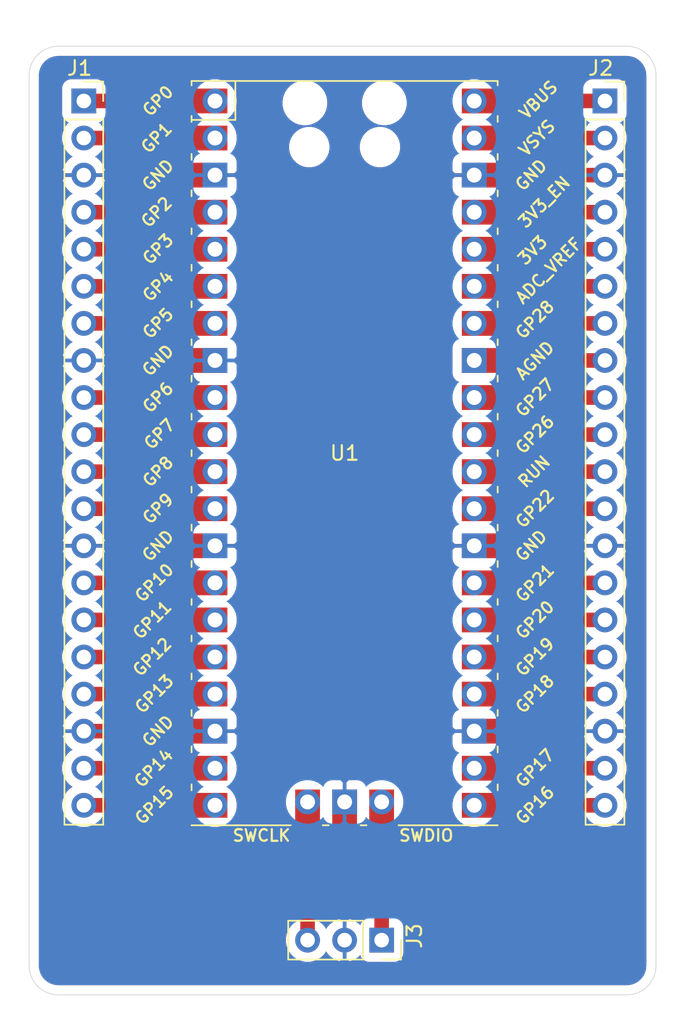
<source format=kicad_pcb>
(kicad_pcb (version 20221018) (generator pcbnew)
  (layers (0 "F.Cu" signal) (31 "B.Cu" signal) (34 "B.Paste" user) (35 "F.Paste" user) (36 "B.SilkS" user "B.Silkscreen") (37 "F.SilkS" user "F.Silkscreen") (38 "B.Mask" user) (39 "F.Mask" user) (44 "Edge.Cuts" user))
  (net 0 "")
  (net 1 "Net-(J1-Pad20)")
  (net 2 "Net-(J1-Pad19)")
  (net 3 "GND")
  (net 4 "Net-(J1-Pad17)")
  (net 5 "Net-(J1-Pad16)")
  (net 6 "Net-(J1-Pad15)")
  (net 7 "Net-(J1-Pad14)")
  (net 8 "Net-(J1-Pad12)")
  (net 9 "Net-(J1-Pad11)")
  (net 10 "Net-(J1-Pad10)")
  (net 11 "Net-(J1-Pad9)")
  (net 12 "Net-(J1-Pad7)")
  (net 13 "Net-(J1-Pad6)")
  (net 14 "Net-(J1-Pad5)")
  (net 15 "Net-(J1-Pad4)")
  (net 16 "Net-(J1-Pad2)")
  (net 17 "Net-(J1-Pad1)")
  (net 18 "Net-(J2-Pad20)")
  (net 19 "Net-(J2-Pad19)")
  (net 20 "Net-(J2-Pad17)")
  (net 21 "Net-(J2-Pad16)")
  (net 22 "Net-(J2-Pad15)")
  (net 23 "Net-(J2-Pad14)")
  (net 24 "Net-(J2-Pad12)")
  (net 25 "Net-(J2-Pad11)")
  (net 26 "Net-(J2-Pad10)")
  (net 27 "Net-(J2-Pad9)")
  (net 28 "Net-(J2-Pad8)")
  (net 29 "Net-(J2-Pad7)")
  (net 30 "Net-(J2-Pad6)")
  (net 31 "Net-(J2-Pad5)")
  (net 32 "Net-(J2-Pad4)")
  (net 33 "Net-(J2-Pad2)")
  (net 34 "Net-(J2-Pad1)")
  (net 35 "Net-(J3-Pad3)")
  (net 36 "Net-(J3-Pad1)")
  (footprint "MCU_RaspberryPi_and_Boards:RPi_Pico_SMD_TH" (layer "F.Cu") (at 73.64 69.88)
    (fp_text reference "U1" (at 0 0) (layer "F.SilkS"))
    (fp_text value "Pico")
    (fp_text user "RUN" (at 13 1.27 45) (layer "F.SilkS") (effects (font (size 0.8 0.8))))
    (fp_text user "GP26" (at 13.054 -1.27 45) (layer "F.SilkS") (effects (font (size 0.8 0.8))))
    (fp_text user "VBUS" (at 13.3 -24.2 45) (layer "F.SilkS") (effects (font (size 0.8 0.8))))
    (fp_text user "SWDIO" (at 5.6 26.2) (layer "F.SilkS") (effects (font (size 0.8 0.8))))
    (fp_text user "GP3" (at -12.8 -13.97 45) (layer "F.SilkS") (effects (font (size 0.8 0.8))))
    (fp_text user "GP1" (at -12.9 -21.6 45) (layer "F.SilkS") (effects (font (size 0.8 0.8))))
    (fp_text user "GP2" (at -12.9 -16.51 45) (layer "F.SilkS") (effects (font (size 0.8 0.8))))
    (fp_text user "GP5" (at -12.8 -8.89 45) (layer "F.SilkS") (effects (font (size 0.8 0.8))))
    (fp_text user "SWCLK" (at -5.7 26.2) (layer "F.SilkS") (effects (font (size 0.8 0.8))))
    (fp_text user "GND" (at -12.8 6.35 45) (layer "F.SilkS") (effects (font (size 0.8 0.8))))
    (fp_text user "ADC_VREF" (at 14 -12.5 45) (layer "F.SilkS") (effects (font (size 0.8 0.8))))
    (fp_text user "GP19" (at 13.054 13.97 45) (layer "F.SilkS") (effects (font (size 0.8 0.8))))
    (fp_text user "GND" (at 12.8 -19.05 45) (layer "F.SilkS") (effects (font (size 0.8 0.8))))
    (fp_text user "3V3_EN" (at 13.7 -17.2 45) (layer "F.SilkS") (effects (font (size 0.8 0.8))))
    (fp_text user "GP0" (at -12.8 -24.13 45) (layer "F.SilkS") (effects (font (size 0.8 0.8))))
    (fp_text user "GP6" (at -12.8 -3.81 45) (layer "F.SilkS") (effects (font (size 0.8 0.8))))
    (fp_text user "GP13" (at -13.054 16.51 45) (layer "F.SilkS") (effects (font (size 0.8 0.8))))
    (fp_text user "AGND" (at 13.054 -6.35 45) (layer "F.SilkS") (effects (font (size 0.8 0.8))))
    (fp_text user "GP10" (at -13.054 8.89 45) (layer "F.SilkS") (effects (font (size 0.8 0.8))))
    (fp_text user "GP16" (at 13.054 24.13 45) (layer "F.SilkS") (effects (font (size 0.8 0.8))))
    (fp_text user "VSYS" (at 13.2 -21.59 45) (layer "F.SilkS") (effects (font (size 0.8 0.8))))
    (fp_text user "GND" (at -12.8 -19.05 45) (layer "F.SilkS") (effects (font (size 0.8 0.8))))
    (fp_text user "GND" (at -12.8 -6.35 45) (layer "F.SilkS") (effects (font (size 0.8 0.8))))
    (fp_text user "GP7" (at -12.7 -1.3 45) (layer "F.SilkS") (effects (font (size 0.8 0.8))))
    (fp_text user "GP11" (at -13.2 11.43 45) (layer "F.SilkS") (effects (font (size 0.8 0.8))))
    (fp_text user "GP18" (at 13.054 16.51 45) (layer "F.SilkS") (effects (font (size 0.8 0.8))))
    (fp_text user "GP8" (at -12.8 1.27 45) (layer "F.SilkS") (effects (font (size 0.8 0.8))))
    (fp_text user "GP14" (at -13.1 21.59 45) (layer "F.SilkS") (effects (font (size 0.8 0.8))))
    (fp_text user "GP4" (at -12.8 -11.43 45) (layer "F.SilkS") (effects (font (size 0.8 0.8))))
    (fp_text user "GP17" (at 13.054 21.59 45) (layer "F.SilkS") (effects (font (size 0.8 0.8))))
    (fp_text user "GND" (at 12.8 6.35 45) (layer "F.SilkS") (effects (font (size 0.8 0.8))))
    (fp_text user "3V3" (at 12.9 -13.9 45) (layer "F.SilkS") (effects (font (size 0.8 0.8))))
    (fp_text user "GP15" (at -13.054 24.13 45) (layer "F.SilkS") (effects (font (size 0.8 0.8))))
    (fp_text user "GP12" (at -13.2 13.97 45) (layer "F.SilkS") (effects (font (size 0.8 0.8))))
    (fp_text user "GP27" (at 13.054 -3.8 45) (layer "F.SilkS") (effects (font (size 0.8 0.8))))
    (fp_text user "GND" (at -12.8 19.05 45) (layer "F.SilkS") (effects (font (size 0.8 0.8))))
    (fp_text user "GP20" (at 13.054 11.43 45) (layer "F.SilkS") (effects (font (size 0.8 0.8))))
    (fp_text user "GP21" (at 13.054 8.9 45) (layer "F.SilkS") (effects (font (size 0.8 0.8))))
    (fp_text user "GP28" (at 13.054 -9.144 45) (layer "F.SilkS") (effects (font (size 0.8 0.8))))
    (fp_text user "GP9" (at -12.8 3.81 45) (layer "F.SilkS") (effects (font (size 0.8 0.8))))
    (fp_text user "GP22" (at 13.054 3.81 45) (layer "F.SilkS") (effects (font (size 0.8 0.8))))
    (fp_line (start -10.5 -25.5) (end -10.5 -25.2) (stroke (width 0.12)) (layer "F.SilkS"))
    (fp_line (start -10.5 -25.5) (end 10.5 -25.5) (stroke (width 0.12)) (layer "F.SilkS"))
    (fp_line (start -10.5 -23.1) (end -10.5 -22.7) (stroke (width 0.12)) (layer "F.SilkS"))
    (fp_line (start -10.5 -22.833) (end -7.493 -22.833) (stroke (width 0.12)) (layer "F.SilkS"))
    (fp_line (start -10.5 -20.5) (end -10.5 -20.1) (stroke (width 0.12)) (layer "F.SilkS"))
    (fp_line (start -10.5 -18) (end -10.5 -17.6) (stroke (width 0.12)) (layer "F.SilkS"))
    (fp_line (start -10.5 -15.4) (end -10.5 -15) (stroke (width 0.12)) (layer "F.SilkS"))
    (fp_line (start -10.5 -12.9) (end -10.5 -12.5) (stroke (width 0.12)) (layer "F.SilkS"))
    (fp_line (start -10.5 -10.4) (end -10.5 -10) (stroke (width 0.12)) (layer "F.SilkS"))
    (fp_line (start -10.5 -7.8) (end -10.5 -7.4) (stroke (width 0.12)) (layer "F.SilkS"))
    (fp_line (start -10.5 -5.3) (end -10.5 -4.9) (stroke (width 0.12)) (layer "F.SilkS"))
    (fp_line (start -10.5 -2.7) (end -10.5 -2.3) (stroke (width 0.12)) (layer "F.SilkS"))
    (fp_line (start -10.5 -0.2) (end -10.5 0.2) (stroke (width 0.12)) (layer "F.SilkS"))
    (fp_line (start -10.5 2.3) (end -10.5 2.7) (stroke (width 0.12)) (layer "F.SilkS"))
    (fp_line (start -10.5 4.9) (end -10.5 5.3) (stroke (width 0.12)) (layer "F.SilkS"))
    (fp_line (start -10.5 7.4) (end -10.5 7.8) (stroke (width 0.12)) (layer "F.SilkS"))
    (fp_line (start -10.5 10) (end -10.5 10.4) (stroke (width 0.12)) (layer "F.SilkS"))
    (fp_line (start -10.5 12.5) (end -10.5 12.9) (stroke (width 0.12)) (layer "F.SilkS"))
    (fp_line (start -10.5 15.1) (end -10.5 15.5) (stroke (width 0.12)) (layer "F.SilkS"))
    (fp_line (start -10.5 17.6) (end -10.5 18) (stroke (width 0.12)) (layer "F.SilkS"))
    (fp_line (start -10.5 20.1) (end -10.5 20.5) (stroke (width 0.12)) (layer "F.SilkS"))
    (fp_line (start -10.5 22.7) (end -10.5 23.1) (stroke (width 0.12)) (layer "F.SilkS"))
    (fp_line (start -7.493 -22.833) (end -7.493 -25.5) (stroke (width 0.12)) (layer "F.SilkS"))
    (fp_line (start -3.7 25.5) (end -10.5 25.5) (stroke (width 0.12)) (layer "F.SilkS"))
    (fp_line (start -1.5 25.5) (end -1.1 25.5) (stroke (width 0.12)) (layer "F.SilkS"))
    (fp_line (start 1.1 25.5) (end 1.5 25.5) (stroke (width 0.12)) (layer "F.SilkS"))
    (fp_line (start 10.5 -25.5) (end 10.5 -25.2) (stroke (width 0.12)) (layer "F.SilkS"))
    (fp_line (start 10.5 -23.1) (end 10.5 -22.7) (stroke (width 0.12)) (layer "F.SilkS"))
    (fp_line (start 10.5 -20.5) (end 10.5 -20.1) (stroke (width 0.12)) (layer "F.SilkS"))
    (fp_line (start 10.5 -18) (end 10.5 -17.6) (stroke (width 0.12)) (layer "F.SilkS"))
    (fp_line (start 10.5 -15.4) (end 10.5 -15) (stroke (width 0.12)) (layer "F.SilkS"))
    (fp_line (start 10.5 -12.9) (end 10.5 -12.5) (stroke (width 0.12)) (layer "F.SilkS"))
    (fp_line (start 10.5 -10.4) (end 10.5 -10) (stroke (width 0.12)) (layer "F.SilkS"))
    (fp_line (start 10.5 -7.8) (end 10.5 -7.4) (stroke (width 0.12)) (layer "F.SilkS"))
    (fp_line (start 10.5 -5.3) (end 10.5 -4.9) (stroke (width 0.12)) (layer "F.SilkS"))
    (fp_line (start 10.5 -2.7) (end 10.5 -2.3) (stroke (width 0.12)) (layer "F.SilkS"))
    (fp_line (start 10.5 -0.2) (end 10.5 0.2) (stroke (width 0.12)) (layer "F.SilkS"))
    (fp_line (start 10.5 2.3) (end 10.5 2.7) (stroke (width 0.12)) (layer "F.SilkS"))
    (fp_line (start 10.5 4.9) (end 10.5 5.3) (stroke (width 0.12)) (layer "F.SilkS"))
    (fp_line (start 10.5 7.4) (end 10.5 7.8) (stroke (width 0.12)) (layer "F.SilkS"))
    (fp_line (start 10.5 10) (end 10.5 10.4) (stroke (width 0.12)) (layer "F.SilkS"))
    (fp_line (start 10.5 12.5) (end 10.5 12.9) (stroke (width 0.12)) (layer "F.SilkS"))
    (fp_line (start 10.5 15.1) (end 10.5 15.5) (stroke (width 0.12)) (layer "F.SilkS"))
    (fp_line (start 10.5 17.6) (end 10.5 18) (stroke (width 0.12)) (layer "F.SilkS"))
    (fp_line (start 10.5 20.1) (end 10.5 20.5) (stroke (width 0.12)) (layer "F.SilkS"))
    (fp_line (start 10.5 22.7) (end 10.5 23.1) (stroke (width 0.12)) (layer "F.SilkS"))
    (fp_line (start 10.5 25.5) (end 3.7 25.5) (stroke (width 0.12)) (layer "F.SilkS"))
    (pad "" np_thru_hole oval (at -2.725 -24) (size 1.8 1.8) (drill 1.8) (layers "*.Cu" "*.Mask"))
    (pad "" np_thru_hole oval (at -2.425 -20.97) (size 1.5 1.5) (drill 1.5) (layers "*.Cu" "*.Mask"))
    (pad "" np_thru_hole oval (at 2.425 -20.97) (size 1.5 1.5) (drill 1.5) (layers "*.Cu" "*.Mask"))
    (pad "" np_thru_hole oval (at 2.725 -24) (size 1.8 1.8) (drill 1.8) (layers "*.Cu" "*.Mask"))
    (pad "1" thru_hole oval (at -8.89 -24.13) (size 1.7 1.7) (drill 1.02) (layers "*.Cu" "*.Mask") (net 17 "Net-(J1-Pad1)"))
    (pad "1" smd rect (at -8.89 -24.13) (size 3.5 1.7) (drill (offset -0.9 0)) (layers "F.Cu" "F.Mask") (net 17 "Net-(J1-Pad1)"))
    (pad "2" thru_hole oval (at -8.89 -21.59) (size 1.7 1.7) (drill 1.02) (layers "*.Cu" "*.Mask") (net 16 "Net-(J1-Pad2)"))
    (pad "2" smd rect (at -8.89 -21.59) (size 3.5 1.7) (drill (offset -0.9 0)) (layers "F.Cu" "F.Mask") (net 16 "Net-(J1-Pad2)"))
    (pad "3" thru_hole rect (at -8.89 -19.05) (size 1.7 1.7) (drill 1.02) (layers "*.Cu" "*.Mask") (net 3 "GND"))
    (pad "3" smd rect (at -8.89 -19.05) (size 3.5 1.7) (drill (offset -0.9 0)) (layers "F.Cu" "F.Mask") (net 3 "GND"))
    (pad "4" thru_hole oval (at -8.89 -16.51) (size 1.7 1.7) (drill 1.02) (layers "*.Cu" "*.Mask") (net 15 "Net-(J1-Pad4)"))
    (pad "4" smd rect (at -8.89 -16.51) (size 3.5 1.7) (drill (offset -0.9 0)) (layers "F.Cu" "F.Mask") (net 15 "Net-(J1-Pad4)"))
    (pad "5" thru_hole oval (at -8.89 -13.97) (size 1.7 1.7) (drill 1.02) (layers "*.Cu" "*.Mask") (net 14 "Net-(J1-Pad5)"))
    (pad "5" smd rect (at -8.89 -13.97) (size 3.5 1.7) (drill (offset -0.9 0)) (layers "F.Cu" "F.Mask") (net 14 "Net-(J1-Pad5)"))
    (pad "6" thru_hole oval (at -8.89 -11.43) (size 1.7 1.7) (drill 1.02) (layers "*.Cu" "*.Mask") (net 13 "Net-(J1-Pad6)"))
    (pad "6" smd rect (at -8.89 -11.43) (size 3.5 1.7) (drill (offset -0.9 0)) (layers "F.Cu" "F.Mask") (net 13 "Net-(J1-Pad6)"))
    (pad "7" thru_hole oval (at -8.89 -8.89) (size 1.7 1.7) (drill 1.02) (layers "*.Cu" "*.Mask") (net 12 "Net-(J1-Pad7)"))
    (pad "7" smd rect (at -8.89 -8.89) (size 3.5 1.7) (drill (offset -0.9 0)) (layers "F.Cu" "F.Mask") (net 12 "Net-(J1-Pad7)"))
    (pad "8" thru_hole rect (at -8.89 -6.35) (size 1.7 1.7) (drill 1.02) (layers "*.Cu" "*.Mask") (net 3 "GND"))
    (pad "8" smd rect (at -8.89 -6.35) (size 3.5 1.7) (drill (offset -0.9 0)) (layers "F.Cu" "F.Mask") (net 3 "GND"))
    (pad "9" thru_hole oval (at -8.89 -3.81) (size 1.7 1.7) (drill 1.02) (layers "*.Cu" "*.Mask") (net 11 "Net-(J1-Pad9)"))
    (pad "9" smd rect (at -8.89 -3.81) (size 3.5 1.7) (drill (offset -0.9 0)) (layers "F.Cu" "F.Mask") (net 11 "Net-(J1-Pad9)"))
    (pad "10" thru_hole oval (at -8.89 -1.27) (size 1.7 1.7) (drill 1.02) (layers "*.Cu" "*.Mask") (net 10 "Net-(J1-Pad10)"))
    (pad "10" smd rect (at -8.89 -1.27) (size 3.5 1.7) (drill (offset -0.9 0)) (layers "F.Cu" "F.Mask") (net 10 "Net-(J1-Pad10)"))
    (pad "11" thru_hole oval (at -8.89 1.27) (size 1.7 1.7) (drill 1.02) (layers "*.Cu" "*.Mask") (net 9 "Net-(J1-Pad11)"))
    (pad "11" smd rect (at -8.89 1.27) (size 3.5 1.7) (drill (offset -0.9 0)) (layers "F.Cu" "F.Mask") (net 9 "Net-(J1-Pad11)"))
    (pad "12" thru_hole oval (at -8.89 3.81) (size 1.7 1.7) (drill 1.02) (layers "*.Cu" "*.Mask") (net 8 "Net-(J1-Pad12)"))
    (pad "12" smd rect (at -8.89 3.81) (size 3.5 1.7) (drill (offset -0.9 0)) (layers "F.Cu" "F.Mask") (net 8 "Net-(J1-Pad12)"))
    (pad "13" thru_hole rect (at -8.89 6.35) (size 1.7 1.7) (drill 1.02) (layers "*.Cu" "*.Mask") (net 3 "GND"))
    (pad "13" smd rect (at -8.89 6.35) (size 3.5 1.7) (drill (offset -0.9 0)) (layers "F.Cu" "F.Mask") (net 3 "GND"))
    (pad "14" thru_hole oval (at -8.89 8.89) (size 1.7 1.7) (drill 1.02) (layers "*.Cu" "*.Mask") (net 7 "Net-(J1-Pad14)"))
    (pad "14" smd rect (at -8.89 8.89) (size 3.5 1.7) (drill (offset -0.9 0)) (layers "F.Cu" "F.Mask") (net 7 "Net-(J1-Pad14)"))
    (pad "15" thru_hole oval (at -8.89 11.43) (size 1.7 1.7) (drill 1.02) (layers "*.Cu" "*.Mask") (net 6 "Net-(J1-Pad15)"))
    (pad "15" smd rect (at -8.89 11.43) (size 3.5 1.7) (drill (offset -0.9 0)) (layers "F.Cu" "F.Mask") (net 6 "Net-(J1-Pad15)"))
    (pad "16" thru_hole oval (at -8.89 13.97) (size 1.7 1.7) (drill 1.02) (layers "*.Cu" "*.Mask") (net 5 "Net-(J1-Pad16)"))
    (pad "16" smd rect (at -8.89 13.97) (size 3.5 1.7) (drill (offset -0.9 0)) (layers "F.Cu" "F.Mask") (net 5 "Net-(J1-Pad16)"))
    (pad "17" thru_hole oval (at -8.89 16.51) (size 1.7 1.7) (drill 1.02) (layers "*.Cu" "*.Mask") (net 4 "Net-(J1-Pad17)"))
    (pad "17" smd rect (at -8.89 16.51) (size 3.5 1.7) (drill (offset -0.9 0)) (layers "F.Cu" "F.Mask") (net 4 "Net-(J1-Pad17)"))
    (pad "18" thru_hole rect (at -8.89 19.05) (size 1.7 1.7) (drill 1.02) (layers "*.Cu" "*.Mask") (net 3 "GND"))
    (pad "18" smd rect (at -8.89 19.05) (size 3.5 1.7) (drill (offset -0.9 0)) (layers "F.Cu" "F.Mask") (net 3 "GND"))
    (pad "19" thru_hole oval (at -8.89 21.59) (size 1.7 1.7) (drill 1.02) (layers "*.Cu" "*.Mask") (net 2 "Net-(J1-Pad19)"))
    (pad "19" smd rect (at -8.89 21.59) (size 3.5 1.7) (drill (offset -0.9 0)) (layers "F.Cu" "F.Mask") (net 2 "Net-(J1-Pad19)"))
    (pad "20" thru_hole oval (at -8.89 24.13) (size 1.7 1.7) (drill 1.02) (layers "*.Cu" "*.Mask") (net 1 "Net-(J1-Pad20)"))
    (pad "20" smd rect (at -8.89 24.13) (size 3.5 1.7) (drill (offset -0.9 0)) (layers "F.Cu" "F.Mask") (net 1 "Net-(J1-Pad20)"))
    (pad "21" thru_hole oval (at 8.89 24.13) (size 1.7 1.7) (drill 1.02) (layers "*.Cu" "*.Mask") (net 18 "Net-(J2-Pad20)"))
    (pad "21" smd rect (at 8.89 24.13) (size 3.5 1.7) (drill (offset 0.9 0)) (layers "F.Cu" "F.Mask") (net 18 "Net-(J2-Pad20)"))
    (pad "22" thru_hole oval (at 8.89 21.59) (size 1.7 1.7) (drill 1.02) (layers "*.Cu" "*.Mask") (net 19 "Net-(J2-Pad19)"))
    (pad "22" smd rect (at 8.89 21.59) (size 3.5 1.7) (drill (offset 0.9 0)) (layers "F.Cu" "F.Mask") (net 19 "Net-(J2-Pad19)"))
    (pad "23" thru_hole rect (at 8.89 19.05) (size 1.7 1.7) (drill 1.02) (layers "*.Cu" "*.Mask") (net 3 "GND"))
    (pad "23" smd rect (at 8.89 19.05) (size 3.5 1.7) (drill (offset 0.9 0)) (layers "F.Cu" "F.Mask") (net 3 "GND"))
    (pad "24" thru_hole oval (at 8.89 16.51) (size 1.7 1.7) (drill 1.02) (layers "*.Cu" "*.Mask") (net 20 "Net-(J2-Pad17)"))
    (pad "24" smd rect (at 8.89 16.51) (size 3.5 1.7) (drill (offset 0.9 0)) (layers "F.Cu" "F.Mask") (net 20 "Net-(J2-Pad17)"))
    (pad "25" thru_hole oval (at 8.89 13.97) (size 1.7 1.7) (drill 1.02) (layers "*.Cu" "*.Mask") (net 21 "Net-(J2-Pad16)"))
    (pad "25" smd rect (at 8.89 13.97) (size 3.5 1.7) (drill (offset 0.9 0)) (layers "F.Cu" "F.Mask") (net 21 "Net-(J2-Pad16)"))
    (pad "26" thru_hole oval (at 8.89 11.43) (size 1.7 1.7) (drill 1.02) (layers "*.Cu" "*.Mask") (net 22 "Net-(J2-Pad15)"))
    (pad "26" smd rect (at 8.89 11.43) (size 3.5 1.7) (drill (offset 0.9 0)) (layers "F.Cu" "F.Mask") (net 22 "Net-(J2-Pad15)"))
    (pad "27" thru_hole oval (at 8.89 8.89) (size 1.7 1.7) (drill 1.02) (layers "*.Cu" "*.Mask") (net 23 "Net-(J2-Pad14)"))
    (pad "27" smd rect (at 8.89 8.89) (size 3.5 1.7) (drill (offset 0.9 0)) (layers "F.Cu" "F.Mask") (net 23 "Net-(J2-Pad14)"))
    (pad "28" thru_hole rect (at 8.89 6.35) (size 1.7 1.7) (drill 1.02) (layers "*.Cu" "*.Mask") (net 3 "GND"))
    (pad "28" smd rect (at 8.89 6.35) (size 3.5 1.7) (drill (offset 0.9 0)) (layers "F.Cu" "F.Mask") (net 3 "GND"))
    (pad "29" thru_hole oval (at 8.89 3.81) (size 1.7 1.7) (drill 1.02) (layers "*.Cu" "*.Mask") (net 24 "Net-(J2-Pad12)"))
    (pad "29" smd rect (at 8.89 3.81) (size 3.5 1.7) (drill (offset 0.9 0)) (layers "F.Cu" "F.Mask") (net 24 "Net-(J2-Pad12)"))
    (pad "30" thru_hole oval (at 8.89 1.27) (size 1.7 1.7) (drill 1.02) (layers "*.Cu" "*.Mask") (net 25 "Net-(J2-Pad11)"))
    (pad "30" smd rect (at 8.89 1.27) (size 3.5 1.7) (drill (offset 0.9 0)) (layers "F.Cu" "F.Mask") (net 25 "Net-(J2-Pad11)"))
    (pad "31" thru_hole oval (at 8.89 -1.27) (size 1.7 1.7) (drill 1.02) (layers "*.Cu" "*.Mask") (net 26 "Net-(J2-Pad10)"))
    (pad "31" smd rect (at 8.89 -1.27) (size 3.5 1.7) (drill (offset 0.9 0)) (layers "F.Cu" "F.Mask") (net 26 "Net-(J2-Pad10)"))
    (pad "32" thru_hole oval (at 8.89 -3.81) (size 1.7 1.7) (drill 1.02) (layers "*.Cu" "*.Mask") (net 27 "Net-(J2-Pad9)"))
    (pad "32" smd rect (at 8.89 -3.81) (size 3.5 1.7) (drill (offset 0.9 0)) (layers "F.Cu" "F.Mask") (net 27 "Net-(J2-Pad9)"))
    (pad "33" thru_hole rect (at 8.89 -6.35) (size 1.7 1.7) (drill 1.02) (layers "*.Cu" "*.Mask") (net 28 "Net-(J2-Pad8)"))
    (pad "33" smd rect (at 8.89 -6.35) (size 3.5 1.7) (drill (offset 0.9 0)) (layers "F.Cu" "F.Mask") (net 28 "Net-(J2-Pad8)"))
    (pad "34" thru_hole oval (at 8.89 -8.89) (size 1.7 1.7) (drill 1.02) (layers "*.Cu" "*.Mask") (net 29 "Net-(J2-Pad7)"))
    (pad "34" smd rect (at 8.89 -8.89) (size 3.5 1.7) (drill (offset 0.9 0)) (layers "F.Cu" "F.Mask") (net 29 "Net-(J2-Pad7)"))
    (pad "35" thru_hole oval (at 8.89 -11.43) (size 1.7 1.7) (drill 1.02) (layers "*.Cu" "*.Mask") (net 30 "Net-(J2-Pad6)"))
    (pad "35" smd rect (at 8.89 -11.43) (size 3.5 1.7) (drill (offset 0.9 0)) (layers "F.Cu" "F.Mask") (net 30 "Net-(J2-Pad6)"))
    (pad "36" thru_hole oval (at 8.89 -13.97) (size 1.7 1.7) (drill 1.02) (layers "*.Cu" "*.Mask") (net 31 "Net-(J2-Pad5)"))
    (pad "36" smd rect (at 8.89 -13.97) (size 3.5 1.7) (drill (offset 0.9 0)) (layers "F.Cu" "F.Mask") (net 31 "Net-(J2-Pad5)"))
    (pad "37" thru_hole oval (at 8.89 -16.51) (size 1.7 1.7) (drill 1.02) (layers "*.Cu" "*.Mask") (net 32 "Net-(J2-Pad4)"))
    (pad "37" smd rect (at 8.89 -16.51) (size 3.5 1.7) (drill (offset 0.9 0)) (layers "F.Cu" "F.Mask") (net 32 "Net-(J2-Pad4)"))
    (pad "38" thru_hole rect (at 8.89 -19.05) (size 1.7 1.7) (drill 1.02) (layers "*.Cu" "*.Mask") (net 3 "GND"))
    (pad "38" smd rect (at 8.89 -19.05) (size 3.5 1.7) (drill (offset 0.9 0)) (layers "F.Cu" "F.Mask") (net 3 "GND"))
    (pad "39" thru_hole oval (at 8.89 -21.59) (size 1.7 1.7) (drill 1.02) (layers "*.Cu" "*.Mask") (net 33 "Net-(J2-Pad2)"))
    (pad "39" smd rect (at 8.89 -21.59) (size 3.5 1.7) (drill (offset 0.9 0)) (layers "F.Cu" "F.Mask") (net 33 "Net-(J2-Pad2)"))
    (pad "40" thru_hole oval (at 8.89 -24.13) (size 1.7 1.7) (drill 1.02) (layers "*.Cu" "*.Mask") (net 34 "Net-(J2-Pad1)"))
    (pad "40" smd rect (at 8.89 -24.13) (size 3.5 1.7) (drill (offset 0.9 0)) (layers "F.Cu" "F.Mask") (net 34 "Net-(J2-Pad1)"))
    (pad "41" thru_hole oval (at -2.54 23.9) (size 1.7 1.7) (drill 1.02) (layers "*.Cu" "*.Mask") (net 35 "Net-(J3-Pad3)"))
    (pad "41" smd rect (at -2.54 23.9 90) (size 3.5 1.7) (drill (offset -0.9 0)) (layers "F.Cu" "F.Mask") (net 35 "Net-(J3-Pad3)"))
    (pad "42" thru_hole rect (at 0 23.9) (size 1.7 1.7) (drill 1.02) (layers "*.Cu" "*.Mask") (net 3 "GND"))
    (pad "42" smd rect (at 0 23.9 90) (size 3.5 1.7) (drill (offset -0.9 0)) (layers "F.Cu" "F.Mask") (net 3 "GND"))
    (pad "43" thru_hole oval (at 2.54 23.9) (size 1.7 1.7) (drill 1.02) (layers "*.Cu" "*.Mask") (net 36 "Net-(J3-Pad1)"))
    (pad "43" smd rect (at 2.54 23.9 90) (size 3.5 1.7) (drill (offset -0.9 0)) (layers "F.Cu" "F.Mask") (net 36 "Net-(J3-Pad1)"))
  )
  (footprint "Connector_PinSocket_2.54mm:PinSocket_1x20_P2.54mm_Vertical" (layer "F.Cu") (at 55.75 45.75)
    (fp_text reference "J1" (at -0.29 -2.25) (layer "F.SilkS"))
    (fp_text value "Conn_01x20")
    (fp_line (start -1.33 1.27) (end -1.33 49.59) (stroke (width 0.12)) (layer "F.SilkS"))
    (fp_line (start -1.33 1.27) (end 1.33 1.27) (stroke (width 0.12)) (layer "F.SilkS"))
    (fp_line (start -1.33 49.59) (end 1.33 49.59) (stroke (width 0.12)) (layer "F.SilkS"))
    (fp_line (start 0 -1.33) (end 1.33 -1.33) (stroke (width 0.12)) (layer "F.SilkS"))
    (fp_line (start 1.33 -1.33) (end 1.33 0) (stroke (width 0.12)) (layer "F.SilkS"))
    (fp_line (start 1.33 1.27) (end 1.33 49.59) (stroke (width 0.12)) (layer "F.SilkS"))
    (pad "1" thru_hole rect (at 0 0) (size 1.7 1.7) (drill 1) (layers "*.Cu" "*.Mask") (net 17 "Net-(J1-Pad1)"))
    (pad "2" thru_hole oval (at 0 2.54) (size 1.7 1.7) (drill 1) (layers "*.Cu" "*.Mask") (net 16 "Net-(J1-Pad2)"))
    (pad "3" thru_hole oval (at 0 5.08) (size 1.7 1.7) (drill 1) (layers "*.Cu" "*.Mask") (net 3 "GND"))
    (pad "4" thru_hole oval (at 0 7.62) (size 1.7 1.7) (drill 1) (layers "*.Cu" "*.Mask") (net 15 "Net-(J1-Pad4)"))
    (pad "5" thru_hole oval (at 0 10.16) (size 1.7 1.7) (drill 1) (layers "*.Cu" "*.Mask") (net 14 "Net-(J1-Pad5)"))
    (pad "6" thru_hole oval (at 0 12.7) (size 1.7 1.7) (drill 1) (layers "*.Cu" "*.Mask") (net 13 "Net-(J1-Pad6)"))
    (pad "7" thru_hole oval (at 0 15.24) (size 1.7 1.7) (drill 1) (layers "*.Cu" "*.Mask") (net 12 "Net-(J1-Pad7)"))
    (pad "8" thru_hole oval (at 0 17.78) (size 1.7 1.7) (drill 1) (layers "*.Cu" "*.Mask") (net 3 "GND"))
    (pad "9" thru_hole oval (at 0 20.32) (size 1.7 1.7) (drill 1) (layers "*.Cu" "*.Mask") (net 11 "Net-(J1-Pad9)"))
    (pad "10" thru_hole oval (at 0 22.86) (size 1.7 1.7) (drill 1) (layers "*.Cu" "*.Mask") (net 10 "Net-(J1-Pad10)"))
    (pad "11" thru_hole oval (at 0 25.4) (size 1.7 1.7) (drill 1) (layers "*.Cu" "*.Mask") (net 9 "Net-(J1-Pad11)"))
    (pad "12" thru_hole oval (at 0 27.94) (size 1.7 1.7) (drill 1) (layers "*.Cu" "*.Mask") (net 8 "Net-(J1-Pad12)"))
    (pad "13" thru_hole oval (at 0 30.48) (size 1.7 1.7) (drill 1) (layers "*.Cu" "*.Mask") (net 3 "GND"))
    (pad "14" thru_hole oval (at 0 33.02) (size 1.7 1.7) (drill 1) (layers "*.Cu" "*.Mask") (net 7 "Net-(J1-Pad14)"))
    (pad "15" thru_hole oval (at 0 35.56) (size 1.7 1.7) (drill 1) (layers "*.Cu" "*.Mask") (net 6 "Net-(J1-Pad15)"))
    (pad "16" thru_hole oval (at 0 38.1) (size 1.7 1.7) (drill 1) (layers "*.Cu" "*.Mask") (net 5 "Net-(J1-Pad16)"))
    (pad "17" thru_hole oval (at 0 40.64) (size 1.7 1.7) (drill 1) (layers "*.Cu" "*.Mask") (net 4 "Net-(J1-Pad17)"))
    (pad "18" thru_hole oval (at 0 43.18) (size 1.7 1.7) (drill 1) (layers "*.Cu" "*.Mask") (net 3 "GND"))
    (pad "19" thru_hole oval (at 0 45.72) (size 1.7 1.7) (drill 1) (layers "*.Cu" "*.Mask") (net 2 "Net-(J1-Pad19)"))
    (pad "20" thru_hole oval (at 0 48.26) (size 1.7 1.7) (drill 1) (layers "*.Cu" "*.Mask") (net 1 "Net-(J1-Pad20)"))
  )
  (footprint "Connector_PinSocket_2.54mm:PinSocket_1x20_P2.54mm_Vertical" (layer "F.Cu") (at 91.5 45.75)
    (fp_text reference "J2" (at -0.29 -2.25) (layer "F.SilkS"))
    (fp_text value "Conn_01x20")
    (fp_line (start -1.33 1.27) (end -1.33 49.59) (stroke (width 0.12)) (layer "F.SilkS"))
    (fp_line (start -1.33 1.27) (end 1.33 1.27) (stroke (width 0.12)) (layer "F.SilkS"))
    (fp_line (start -1.33 49.59) (end 1.33 49.59) (stroke (width 0.12)) (layer "F.SilkS"))
    (fp_line (start 0 -1.33) (end 1.33 -1.33) (stroke (width 0.12)) (layer "F.SilkS"))
    (fp_line (start 1.33 -1.33) (end 1.33 0) (stroke (width 0.12)) (layer "F.SilkS"))
    (fp_line (start 1.33 1.27) (end 1.33 49.59) (stroke (width 0.12)) (layer "F.SilkS"))
    (pad "1" thru_hole rect (at 0 0) (size 1.7 1.7) (drill 1) (layers "*.Cu" "*.Mask") (net 34 "Net-(J2-Pad1)"))
    (pad "2" thru_hole oval (at 0 2.54) (size 1.7 1.7) (drill 1) (layers "*.Cu" "*.Mask") (net 33 "Net-(J2-Pad2)"))
    (pad "3" thru_hole oval (at 0 5.08) (size 1.7 1.7) (drill 1) (layers "*.Cu" "*.Mask") (net 3 "GND"))
    (pad "4" thru_hole oval (at 0 7.62) (size 1.7 1.7) (drill 1) (layers "*.Cu" "*.Mask") (net 32 "Net-(J2-Pad4)"))
    (pad "5" thru_hole oval (at 0 10.16) (size 1.7 1.7) (drill 1) (layers "*.Cu" "*.Mask") (net 31 "Net-(J2-Pad5)"))
    (pad "6" thru_hole oval (at 0 12.7) (size 1.7 1.7) (drill 1) (layers "*.Cu" "*.Mask") (net 30 "Net-(J2-Pad6)"))
    (pad "7" thru_hole oval (at 0 15.24) (size 1.7 1.7) (drill 1) (layers "*.Cu" "*.Mask") (net 29 "Net-(J2-Pad7)"))
    (pad "8" thru_hole oval (at 0 17.78) (size 1.7 1.7) (drill 1) (layers "*.Cu" "*.Mask") (net 28 "Net-(J2-Pad8)"))
    (pad "9" thru_hole oval (at 0 20.32) (size 1.7 1.7) (drill 1) (layers "*.Cu" "*.Mask") (net 27 "Net-(J2-Pad9)"))
    (pad "10" thru_hole oval (at 0 22.86) (size 1.7 1.7) (drill 1) (layers "*.Cu" "*.Mask") (net 26 "Net-(J2-Pad10)"))
    (pad "11" thru_hole oval (at 0 25.4) (size 1.7 1.7) (drill 1) (layers "*.Cu" "*.Mask") (net 25 "Net-(J2-Pad11)"))
    (pad "12" thru_hole oval (at 0 27.94) (size 1.7 1.7) (drill 1) (layers "*.Cu" "*.Mask") (net 24 "Net-(J2-Pad12)"))
    (pad "13" thru_hole oval (at 0 30.48) (size 1.7 1.7) (drill 1) (layers "*.Cu" "*.Mask") (net 3 "GND"))
    (pad "14" thru_hole oval (at 0 33.02) (size 1.7 1.7) (drill 1) (layers "*.Cu" "*.Mask") (net 23 "Net-(J2-Pad14)"))
    (pad "15" thru_hole oval (at 0 35.56) (size 1.7 1.7) (drill 1) (layers "*.Cu" "*.Mask") (net 22 "Net-(J2-Pad15)"))
    (pad "16" thru_hole oval (at 0 38.1) (size 1.7 1.7) (drill 1) (layers "*.Cu" "*.Mask") (net 21 "Net-(J2-Pad16)"))
    (pad "17" thru_hole oval (at 0 40.64) (size 1.7 1.7) (drill 1) (layers "*.Cu" "*.Mask") (net 20 "Net-(J2-Pad17)"))
    (pad "18" thru_hole oval (at 0 43.18) (size 1.7 1.7) (drill 1) (layers "*.Cu" "*.Mask") (net 3 "GND"))
    (pad "19" thru_hole oval (at 0 45.72) (size 1.7 1.7) (drill 1) (layers "*.Cu" "*.Mask") (net 19 "Net-(J2-Pad19)"))
    (pad "20" thru_hole oval (at 0 48.26) (size 1.7 1.7) (drill 1) (layers "*.Cu" "*.Mask") (net 18 "Net-(J2-Pad20)"))
  )
  (footprint "Connector_PinSocket_2.54mm:PinSocket_1x03_P2.54mm_Vertical" (layer "F.Cu") (at 76.18 103.25 -90)
    (fp_text reference "J3" (at -0.29 -2.25 90) (layer "F.SilkS"))
    (fp_text value "Conn_01x03")
    (fp_line (start -1.33 1.27) (end -1.33 6.41) (stroke (width 0.12)) (layer "F.SilkS"))
    (fp_line (start -1.33 1.27) (end 1.33 1.27) (stroke (width 0.12)) (layer "F.SilkS"))
    (fp_line (start -1.33 6.41) (end 1.33 6.41) (stroke (width 0.12)) (layer "F.SilkS"))
    (fp_line (start 0 -1.33) (end 1.33 -1.33) (stroke (width 0.12)) (layer "F.SilkS"))
    (fp_line (start 1.33 -1.33) (end 1.33 0) (stroke (width 0.12)) (layer "F.SilkS"))
    (fp_line (start 1.33 1.27) (end 1.33 6.41) (stroke (width 0.12)) (layer "F.SilkS"))
    (pad "1" thru_hole rect (at 0 0 270) (size 1.7 1.7) (drill 1) (layers "*.Cu" "*.Mask") (net 36 "Net-(J3-Pad1)"))
    (pad "2" thru_hole oval (at 0 2.54 270) (size 1.7 1.7) (drill 1) (layers "*.Cu" "*.Mask") (net 3 "GND"))
    (pad "3" thru_hole oval (at 0 5.08 270) (size 1.7 1.7) (drill 1) (layers "*.Cu" "*.Mask") (net 35 "Net-(J3-Pad3)"))
  )
  (gr_line (start 95 105) (end 95 44) (stroke (width 0.05)) (layer "Edge.Cuts"))
  (gr_arc (start 93 42) (mid 94.414214 42.585786) (end 95 44) (stroke (width 0.05)) (layer "Edge.Cuts"))
  (gr_arc (start 54 107) (mid 52.585786 106.414214) (end 52 105) (stroke (width 0.05)) (layer "Edge.Cuts"))
  (gr_line (start 54 107) (end 93 107) (stroke (width 0.05)) (layer "Edge.Cuts"))
  (gr_arc (start 52 44) (mid 52.585786 42.585786) (end 54 42) (stroke (width 0.05)) (layer "Edge.Cuts"))
  (gr_line (start 93 42) (end 54 42) (stroke (width 0.05)) (layer "Edge.Cuts"))
  (gr_line (start 52 44) (end 52 105) (stroke (width 0.05)) (layer "Edge.Cuts"))
  (gr_arc (start 95 105) (mid 94.414214 106.414214) (end 93 107) (stroke (width 0.05)) (layer "Edge.Cuts"))
  (segment (start 55.75 94.01) (end 64.75 94.01) (width 1) (layer "F.Cu") (net 1))
  (segment (start 55.75 91.47) (end 64.75 91.47) (width 1) (layer "F.Cu") (net 2))
  (segment (start 82.53 50.83) (end 91.5 50.83) (width 1) (layer "F.Cu") (net 3))
  (segment (start 55.75 88.93) (end 64.75 88.93) (width 1) (layer "F.Cu") (net 3))
  (segment (start 55.75 86.39) (end 64.75 86.39) (width 1) (layer "F.Cu") (net 4))
  (segment (start 55.75 83.85) (end 64.75 83.85) (width 1) (layer "F.Cu") (net 5))
  (segment (start 55.75 81.31) (end 64.75 81.31) (width 1) (layer "F.Cu") (net 6))
  (segment (start 64.75 78.77) (end 55.75 78.77) (width 1) (layer "F.Cu") (net 7))
  (segment (start 55.75 73.69) (end 64.75 73.69) (width 1) (layer "F.Cu") (net 8))
  (segment (start 55.75 71.15) (end 64.75 71.15) (width 1) (layer "F.Cu") (net 9))
  (segment (start 55.75 68.61) (end 64.75 68.61) (width 1) (layer "F.Cu") (net 10))
  (segment (start 55.75 66.07) (end 64.75 66.07) (width 1) (layer "F.Cu") (net 11))
  (segment (start 55.75 60.99) (end 64.75 60.99) (width 1) (layer "F.Cu") (net 12))
  (segment (start 55.75 58.45) (end 64.75 58.45) (width 1) (layer "F.Cu") (net 13))
  (segment (start 55.75 55.91) (end 64.75 55.91) (width 1) (layer "F.Cu") (net 14))
  (segment (start 55.75 53.37) (end 64.75 53.37) (width 1) (layer "F.Cu") (net 15))
  (segment (start 55.75 48.29) (end 64.75 48.29) (width 1) (layer "F.Cu") (net 16))
  (segment (start 64.75 45.75) (end 55.75 45.75) (width 1) (layer "F.Cu") (net 17))
  (segment (start 91.5 94.01) (end 82.53 94.01) (width 1) (layer "F.Cu") (net 18))
  (segment (start 82.53 91.47) (end 91.5 91.47) (width 1) (layer "F.Cu") (net 19))
  (segment (start 82.53 86.39) (end 91.5 86.39) (width 1) (layer "F.Cu") (net 20))
  (segment (start 82.53 83.85) (end 91.5 83.85) (width 1) (layer "F.Cu") (net 21))
  (segment (start 82.53 81.31) (end 91.5 81.31) (width 1) (layer "F.Cu") (net 22))
  (segment (start 82.53 78.77) (end 91.5 78.77) (width 1) (layer "F.Cu") (net 23))
  (segment (start 82.53 73.69) (end 91.5 73.69) (width 1) (layer "F.Cu") (net 24))
  (segment (start 82.53 71.15) (end 91.5 71.15) (width 1) (layer "F.Cu") (net 25))
  (segment (start 82.53 68.61) (end 91.5 68.61) (width 1) (layer "F.Cu") (net 26))
  (segment (start 82.53 66.07) (end 91.5 66.07) (width 1) (layer "F.Cu") (net 27))
  (segment (start 82.53 63.53) (end 91.5 63.53) (width 1) (layer "F.Cu") (net 28))
  (segment (start 82.53 60.99) (end 91.5 60.99) (width 1) (layer "F.Cu") (net 29))
  (segment (start 82.53 58.45) (end 91.5 58.45) (width 1) (layer "F.Cu") (net 30))
  (segment (start 82.53 55.91) (end 91.5 55.91) (width 1) (layer "F.Cu") (net 31))
  (segment (start 82.53 53.37) (end 91.5 53.37) (width 1) (layer "F.Cu") (net 32))
  (segment (start 82.53 48.29) (end 91.5 48.29) (width 1) (layer "F.Cu") (net 33))
  (segment (start 82.53 45.75) (end 91.5 45.75) (width 1) (layer "F.Cu") (net 34))
  (segment (start 71.1 103.25) (end 71.1 93.78) (width 1) (layer "F.Cu") (net 35))
  (segment (start 76.18 103.25) (end 76.18 93.78) (width 1) (layer "F.Cu") (net 36))
  (zone (net 3) (net_name "GND") (layer "F.Cu") (connect_pads (clearance 0.508)) (min_thickness 0.254) (fill yes (thermal_gap 0.508) (thermal_bridge_width 0.508))
    (polygon (pts (xy 96 108) (xy 51 108) (xy 51 41) (xy 96 41)))
  )
  (zone (net 3) (net_name "GND") (layer "B.Cu") (connect_pads (clearance 0.508)) (min_thickness 0.254) (fill yes (thermal_gap 0.508) (thermal_bridge_width 0.508))
    (polygon (pts (xy 97 109) (xy 50 109) (xy 50 40) (xy 97 40)))
  )
)
</source>
